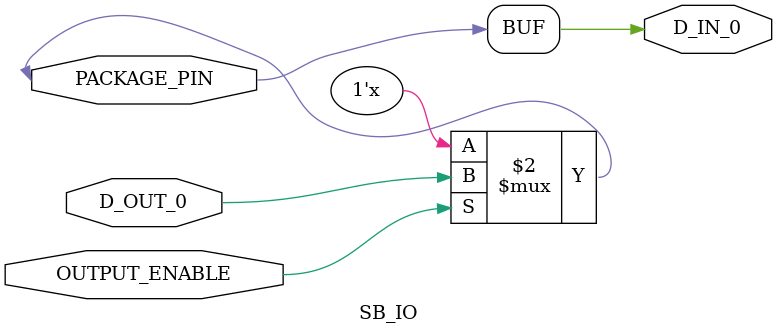
<source format=v>

module SB_IO(inout wire PACKAGE_PIN,
             input wire OUTPUT_ENABLE,
             input wire D_OUT_0,
             output wire D_IN_0
);
        parameter PIN_TYPE = 0;
        parameter PULLUP = 0;

        assign PACKAGE_PIN = (OUTPUT_ENABLE == 1) ? D_OUT_0 : 1'bz;
        assign D_IN_0 = PACKAGE_PIN;    
endmodule
</source>
